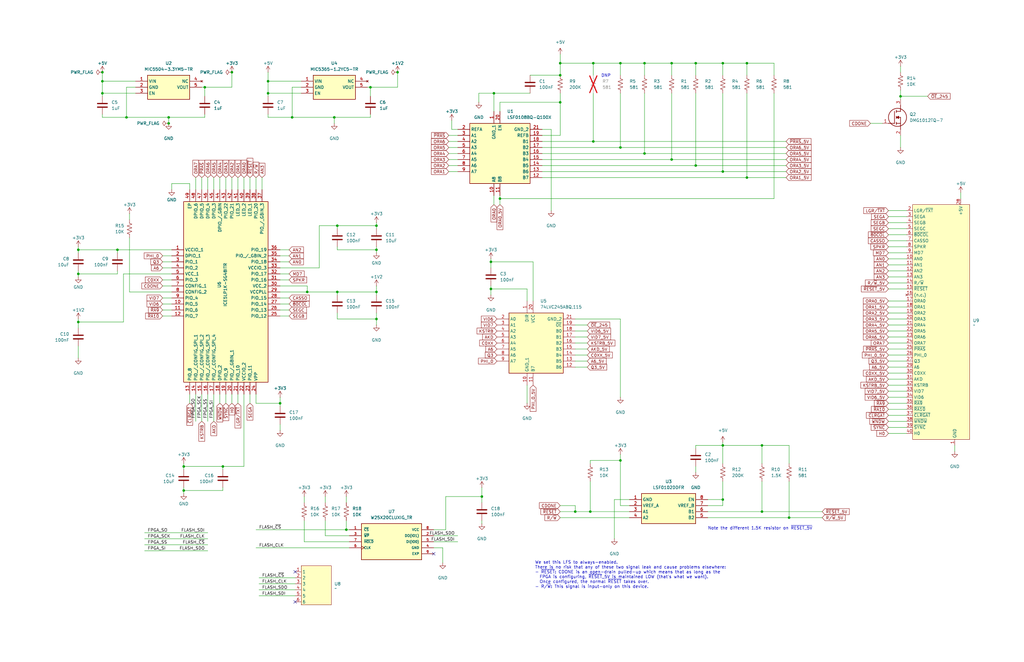
<source format=kicad_sch>
(kicad_sch (version 20231120) (generator "eeschema") (generator_version "8.0")
  (paper "USLedger")
  (title_block (title "Apple IIe IOU Replacement") (date "2024-12-10") (rev "0.90") (company "Frozen Signal"))
  (junction (at 304.8 187.96))
  (junction (at 242.57 215.9))
  (junction (at 261.62 194.31))
  (junction (at 167.64 30.48))
  (junction (at 250.19 59.69))
  (junction (at 207.01 121.92))
  (junction (at 93.98 196.85))
  (junction (at 142.24 95.25))
  (junction (at 210.82 83.82))
  (junction (at 250.19 26.67))
  (junction (at 248.92 215.9))
  (junction (at 321.31 215.9))
  (junction (at 271.78 64.77))
  (junction (at 113.03 34.29))
  (junction (at 43.18 34.29))
  (junction (at 142.24 123.19))
  (junction (at 304.8 26.67))
  (junction (at 283.21 26.67))
  (junction (at 158.75 134.62))
  (junction (at 43.18 39.37))
  (junction (at 77.47 196.85))
  (junction (at 293.37 69.85))
  (junction (at 283.21 67.31))
  (junction (at 321.31 187.96))
  (junction (at 118.11 170.18))
  (junction (at 53.34 49.53))
  (junction (at 158.75 95.25))
  (junction (at 314.96 74.93))
  (junction (at 314.96 26.67))
  (junction (at 77.47 207.01))
  (junction (at 146.05 223.52))
  (junction (at 271.78 26.67))
  (junction (at 304.8 210.82))
  (junction (at 332.74 218.44))
  (junction (at 261.62 62.23))
  (junction (at 140.97 49.53))
  (junction (at 236.22 43.18))
  (junction (at 113.03 39.37))
  (junction (at 97.79 30.48))
  (junction (at 304.8 72.39))
  (junction (at 208.28 39.37))
  (junction (at 207.01 110.49))
  (junction (at 236.22 31.75))
  (junction (at 158.75 105.41))
  (junction (at 86.36 36.83))
  (junction (at 123.19 49.53))
  (junction (at 158.75 123.19))
  (junction (at 293.37 26.67))
  (junction (at 71.12 52.07))
  (junction (at 43.18 30.48))
  (junction (at 379.73 40.64))
  (junction (at 71.12 49.53))
  (junction (at 129.54 123.19))
  (junction (at 33.02 115.57))
  (junction (at 156.21 36.83))
  (junction (at 33.02 105.41))
  (junction (at 236.22 26.67))
  (junction (at 49.53 105.41))
  (junction (at 33.02 135.89))
  (junction (at 261.62 26.67))
  (junction (at 203.2 209.55))
  (no_connect (at 124.46 254))
  (no_connect (at 182.88 233.68))
  (no_connect (at 124.46 241.3))
  (wire (pts (xy 210.82 86.36) (xy 210.82 83.82)))
  (wire (pts (xy 95.25 74.93) (xy 95.25 80.01)))
  (wire (pts (xy 248.92 215.9) (xy 265.43 215.9)))
  (wire (pts (xy 242.57 215.9) (xy 248.92 215.9)))
  (wire (pts (xy 121.92 107.95) (xy 118.11 107.95)))
  (wire (pts (xy 113.03 49.53) (xy 123.19 49.53)))
  (wire (pts (xy 85.09 166.37) (xy 85.09 177.8)))
  (wire (pts (xy 86.36 36.83) (xy 85.09 36.83)))
  (wire (pts (xy 113.03 48.26) (xy 113.03 49.53)))
  (wire (pts (xy 247.65 147.32) (xy 242.57 147.32)))
  (wire (pts (xy 52.07 115.57) (xy 52.07 135.89)))
  (wire (pts (xy 271.78 26.67) (xy 271.78 31.75)))
  (wire (pts (xy 374.65 116.84) (xy 382.27 116.84)))
  (wire (pts (xy 374.65 127) (xy 382.27 127)))
  (wire (pts (xy 232.41 54.61) (xy 232.41 88.9)))
  (wire (pts (xy 72.39 115.57) (xy 52.07 115.57)))
  (wire (pts (xy 374.65 137.16) (xy 382.27 137.16)))
  (wire (pts (xy 228.6 67.31) (xy 283.21 67.31)))
  (wire (pts (xy 128.27 228.6) (xy 128.27 219.71)))
  (wire (pts (xy 167.64 30.48) (xy 167.64 36.83)))
  (wire (pts (xy 298.45 210.82) (xy 304.8 210.82)))
  (wire (pts (xy 321.31 203.2) (xy 321.31 215.9)))
  (wire (pts (xy 33.02 134.62) (xy 33.02 135.89)))
  (wire (pts (xy 121.92 110.49) (xy 118.11 110.49)))
  (wire (pts (xy 137.16 226.06) (xy 147.32 226.06)))
  (wire (pts (xy 283.21 26.67) (xy 271.78 26.67)))
  (wire (pts (xy 68.58 133.35) (xy 72.39 133.35)))
  (wire (pts (xy 374.65 106.68) (xy 382.27 106.68)))
  (wire (pts (xy 379.73 57.15) (xy 379.73 62.23)))
  (wire (pts (xy 77.47 196.85) (xy 77.47 198.12)))
  (wire (pts (xy 346.71 218.44) (xy 332.74 218.44)))
  (wire (pts (xy 265.43 213.36) (xy 261.62 213.36)))
  (wire (pts (xy 85.09 74.93) (xy 85.09 80.01)))
  (wire (pts (xy 121.92 105.41) (xy 118.11 105.41)))
  (wire (pts (xy 182.88 228.6) (xy 193.04 228.6)))
  (wire (pts (xy 261.62 194.31) (xy 261.62 191.77)))
  (wire (pts (xy 283.21 39.37) (xy 283.21 67.31)))
  (wire (pts (xy 187.96 223.52) (xy 182.88 223.52)))
  (wire (pts (xy 332.74 218.44) (xy 298.45 218.44)))
  (wire (pts (xy 68.58 107.95) (xy 72.39 107.95)))
  (wire (pts (xy 210.82 46.99) (xy 210.82 43.18)))
  (wire (pts (xy 208.28 39.37) (xy 223.52 39.37)))
  (wire (pts (xy 156.21 49.53) (xy 140.97 49.53)))
  (wire (pts (xy 224.79 110.49) (xy 207.01 110.49)))
  (wire (pts (xy 224.79 127) (xy 224.79 110.49)))
  (wire (pts (xy 271.78 26.67) (xy 261.62 26.67)))
  (wire (pts (xy 374.65 96.52) (xy 382.27 96.52)))
  (wire (pts (xy 247.65 152.4) (xy 242.57 152.4)))
  (wire (pts (xy 304.8 187.96) (xy 304.8 195.58)))
  (wire (pts (xy 332.74 187.96) (xy 321.31 187.96)))
  (wire (pts (xy 374.65 91.44) (xy 382.27 91.44)))
  (wire (pts (xy 123.19 36.83) (xy 123.19 49.53)))
  (wire (pts (xy 236.22 218.44) (xy 265.43 218.44)))
  (wire (pts (xy 105.41 74.93) (xy 105.41 80.01)))
  (wire (pts (xy 402.59 187.96) (xy 402.59 190.5)))
  (wire (pts (xy 33.02 114.3) (xy 33.02 115.57)))
  (wire (pts (xy 49.53 105.41) (xy 72.39 105.41)))
  (wire (pts (xy 247.65 144.78) (xy 242.57 144.78)))
  (wire (pts (xy 228.6 72.39) (xy 304.8 72.39)))
  (wire (pts (xy 158.75 120.65) (xy 158.75 123.19)))
  (wire (pts (xy 247.65 142.24) (xy 242.57 142.24)))
  (wire (pts (xy 43.18 30.48) (xy 43.18 34.29)))
  (wire (pts (xy 33.02 115.57) (xy 33.02 116.84)))
  (wire (pts (xy 118.11 179.07) (xy 118.11 181.61)))
  (wire (pts (xy 156.21 48.26) (xy 156.21 49.53)))
  (wire (pts (xy 222.25 121.92) (xy 207.01 121.92)))
  (wire (pts (xy 259.08 210.82) (xy 259.08 227.33)))
  (wire (pts (xy 187.96 209.55) (xy 187.96 223.52)))
  (wire (pts (xy 374.65 170.18) (xy 382.27 170.18)))
  (wire (pts (xy 189.23 72.39) (xy 193.04 72.39)))
  (wire (pts (xy 53.34 49.53) (xy 71.12 49.53)))
  (wire (pts (xy 54.61 90.17) (xy 54.61 92.71)))
  (wire (pts (xy 33.02 104.14) (xy 33.02 105.41)))
  (wire (pts (xy 261.62 39.37) (xy 261.62 62.23)))
  (wire (pts (xy 228.6 57.15) (xy 236.22 57.15)))
  (wire (pts (xy 127 36.83) (xy 123.19 36.83)))
  (wire (pts (xy 203.2 219.71) (xy 203.2 220.98)))
  (wire (pts (xy 298.45 213.36) (xy 304.8 213.36)))
  (wire (pts (xy 374.65 177.8) (xy 382.27 177.8)))
  (wire (pts (xy 92.71 74.93) (xy 92.71 80.01)))
  (wire (pts (xy 236.22 213.36) (xy 242.57 213.36)))
  (wire (pts (xy 189.23 62.23) (xy 193.04 62.23)))
  (wire (pts (xy 250.19 39.37) (xy 250.19 59.69)))
  (wire (pts (xy 167.64 36.83) (xy 156.21 36.83)))
  (wire (pts (xy 314.96 26.67) (xy 314.96 31.75)))
  (wire (pts (xy 68.58 118.11) (xy 72.39 118.11)))
  (wire (pts (xy 189.23 69.85) (xy 193.04 69.85)))
  (wire (pts (xy 128.27 228.6) (xy 147.32 228.6)))
  (wire (pts (xy 228.6 64.77) (xy 271.78 64.77)))
  (wire (pts (xy 236.22 215.9) (xy 242.57 215.9)))
  (wire (pts (xy 374.65 88.9) (xy 382.27 88.9)))
  (wire (pts (xy 123.19 49.53) (xy 140.97 49.53)))
  (wire (pts (xy 43.18 48.26) (xy 43.18 49.53)))
  (wire (pts (xy 293.37 69.85) (xy 331.47 69.85)))
  (wire (pts (xy 109.22 251.46) (xy 124.46 251.46)))
  (wire (pts (xy 293.37 26.67) (xy 293.37 31.75)))
  (wire (pts (xy 129.54 123.19) (xy 142.24 123.19)))
  (wire (pts (xy 374.65 172.72) (xy 382.27 172.72)))
  (wire (pts (xy 113.03 39.37) (xy 113.03 34.29)))
  (wire (pts (xy 60.96 224.79) (xy 87.63 224.79)))
  (wire (pts (xy 374.65 157.48) (xy 382.27 157.48)))
  (wire (pts (xy 293.37 39.37) (xy 293.37 69.85)))
  (wire (pts (xy 374.65 114.3) (xy 382.27 114.3)))
  (wire (pts (xy 261.62 26.67) (xy 261.62 31.75)))
  (wire (pts (xy 189.23 57.15) (xy 193.04 57.15)))
  (wire (pts (xy 201.93 39.37) (xy 201.93 43.18)))
  (wire (pts (xy 107.95 170.18) (xy 107.95 166.37)))
  (wire (pts (xy 97.79 74.93) (xy 97.79 80.01)))
  (wire (pts (xy 207.01 109.22) (xy 207.01 110.49)))
  (wire (pts (xy 374.65 121.92) (xy 382.27 121.92)))
  (wire (pts (xy 236.22 39.37) (xy 236.22 43.18)))
  (wire (pts (xy 68.58 130.81) (xy 72.39 130.81)))
  (wire (pts (xy 60.96 229.87) (xy 87.63 229.87)))
  (wire (pts (xy 193.04 54.61) (xy 190.5 54.61)))
  (wire (pts (xy 97.79 36.83) (xy 86.36 36.83)))
  (wire (pts (xy 57.15 36.83) (xy 53.34 36.83)))
  (wire (pts (xy 228.6 69.85) (xy 293.37 69.85)))
  (wire (pts (xy 49.53 115.57) (xy 33.02 115.57)))
  (wire (pts (xy 271.78 39.37) (xy 271.78 64.77)))
  (wire (pts (xy 118.11 123.19) (xy 129.54 123.19)))
  (wire (pts (xy 304.8 186.69) (xy 304.8 187.96)))
  (wire (pts (xy 208.28 39.37) (xy 201.93 39.37)))
  (wire (pts (xy 203.2 209.55) (xy 203.2 212.09)))
  (wire (pts (xy 33.02 135.89) (xy 33.02 138.43)))
  (wire (pts (xy 314.96 74.93) (xy 331.47 74.93)))
  (wire (pts (xy 250.19 26.67) (xy 236.22 26.67)))
  (wire (pts (xy 90.17 74.93) (xy 90.17 80.01)))
  (wire (pts (xy 374.65 134.62) (xy 382.27 134.62)))
  (wire (pts (xy 374.65 119.38) (xy 382.27 119.38)))
  (wire (pts (xy 118.11 113.03) (xy 134.62 113.03)))
  (wire (pts (xy 326.39 39.37) (xy 326.39 83.82)))
  (wire (pts (xy 374.65 182.88) (xy 382.27 182.88)))
  (wire (pts (xy 146.05 223.52) (xy 147.32 223.52)))
  (wire (pts (xy 97.79 30.48) (xy 97.79 36.83)))
  (wire (pts (xy 68.58 110.49) (xy 72.39 110.49)))
  (wire (pts (xy 293.37 187.96) (xy 304.8 187.96)))
  (wire (pts (xy 228.6 54.61) (xy 232.41 54.61)))
  (wire (pts (xy 113.03 40.64) (xy 113.03 39.37)))
  (wire (pts (xy 72.39 77.47) (xy 80.01 77.47)))
  (wire (pts (xy 187.96 209.55) (xy 203.2 209.55)))
  (wire (pts (xy 374.65 139.7) (xy 382.27 139.7)))
  (wire (pts (xy 374.65 142.24) (xy 382.27 142.24)))
  (wire (pts (xy 33.02 146.05) (xy 33.02 151.13)))
  (wire (pts (xy 261.62 26.67) (xy 250.19 26.67)))
  (wire (pts (xy 321.31 187.96) (xy 321.31 195.58)))
  (wire (pts (xy 142.24 95.25) (xy 158.75 95.25)))
  (wire (pts (xy 332.74 195.58) (xy 332.74 187.96)))
  (wire (pts (xy 242.57 137.16) (xy 247.65 137.16)))
  (wire (pts (xy 374.65 167.64) (xy 382.27 167.64)))
  (wire (pts (xy 134.62 113.03) (xy 134.62 95.25)))
  (wire (pts (xy 271.78 64.77) (xy 331.47 64.77)))
  (wire (pts (xy 72.39 123.19) (xy 54.61 123.19)))
  (wire (pts (xy 208.28 46.99) (xy 208.28 39.37)))
  (wire (pts (xy 77.47 195.58) (xy 77.47 196.85)))
  (wire (pts (xy 121.92 118.11) (xy 118.11 118.11)))
  (wire (pts (xy 236.22 22.86) (xy 236.22 26.67)))
  (wire (pts (xy 68.58 128.27) (xy 72.39 128.27)))
  (wire (pts (xy 154.94 36.83) (xy 156.21 36.83)))
  (wire (pts (xy 367.03 52.07) (xy 372.11 52.07)))
  (wire (pts (xy 100.33 170.18) (xy 100.33 166.37)))
  (wire (pts (xy 374.65 129.54) (xy 382.27 129.54)))
  (wire (pts (xy 93.98 205.74) (xy 93.98 207.01)))
  (wire (pts (xy 142.24 96.52) (xy 142.24 95.25)))
  (wire (pts (xy 379.73 38.1) (xy 379.73 40.64)))
  (wire (pts (xy 121.92 128.27) (xy 118.11 128.27)))
  (wire (pts (xy 53.34 36.83) (xy 53.34 49.53)))
  (wire (pts (xy 314.96 39.37) (xy 314.96 74.93)))
  (wire (pts (xy 228.6 59.69) (xy 250.19 59.69)))
  (wire (pts (xy 326.39 83.82) (xy 210.82 83.82)))
  (wire (pts (xy 121.92 125.73) (xy 118.11 125.73)))
  (wire (pts (xy 247.65 149.86) (xy 242.57 149.86)))
  (wire (pts (xy 379.73 27.94) (xy 379.73 30.48)))
  (wire (pts (xy 110.49 74.93) (xy 110.49 80.01)))
  (wire (pts (xy 82.55 74.93) (xy 82.55 80.01)))
  (wire (pts (xy 93.98 207.01) (xy 77.47 207.01)))
  (wire (pts (xy 207.01 121.92) (xy 207.01 124.46)))
  (wire (pts (xy 265.43 210.82) (xy 259.08 210.82)))
  (wire (pts (xy 248.92 195.58) (xy 248.92 194.31)))
  (wire (pts (xy 71.12 49.53) (xy 71.12 52.07)))
  (wire (pts (xy 222.25 127) (xy 222.25 121.92)))
  (wire (pts (xy 374.65 99.06) (xy 382.27 99.06)))
  (wire (pts (xy 326.39 31.75) (xy 326.39 26.67)))
  (wire (pts (xy 374.65 144.78) (xy 382.27 144.78)))
  (wire (pts (xy 128.27 209.55) (xy 128.27 212.09)))
  (wire (pts (xy 113.03 30.48) (xy 113.03 34.29)))
  (wire (pts (xy 293.37 26.67) (xy 283.21 26.67)))
  (wire (pts (xy 118.11 167.64) (xy 118.11 170.18)))
  (wire (pts (xy 158.75 93.98) (xy 158.75 95.25)))
  (wire (pts (xy 121.92 133.35) (xy 118.11 133.35)))
  (wire (pts (xy 43.18 39.37) (xy 43.18 34.29)))
  (wire (pts (xy 304.8 26.67) (xy 304.8 31.75)))
  (wire (pts (xy 102.87 74.93) (xy 102.87 80.01)))
  (wire (pts (xy 210.82 83.82) (xy 210.82 82.55)))
  (wire (pts (xy 68.58 113.03) (xy 72.39 113.03)))
  (wire (pts (xy 77.47 205.74) (xy 77.47 207.01)))
  (wire (pts (xy 379.73 40.64) (xy 391.16 40.64)))
  (wire (pts (xy 314.96 26.67) (xy 304.8 26.67)))
  (wire (pts (xy 113.03 34.29) (xy 127 34.29)))
  (wire (pts (xy 60.96 232.41) (xy 87.63 232.41)))
  (wire (pts (xy 107.95 74.93) (xy 107.95 80.01)))
  (wire (pts (xy 95.25 170.18) (xy 95.25 166.37)))
  (wire (pts (xy 49.53 105.41) (xy 33.02 105.41)))
  (wire (pts (xy 332.74 203.2) (xy 332.74 218.44)))
  (wire (pts (xy 109.22 248.92) (xy 124.46 248.92)))
  (wire (pts (xy 208.28 86.36) (xy 208.28 82.55)))
  (wire (pts (xy 304.8 203.2) (xy 304.8 210.82)))
  (wire (pts (xy 374.65 132.08) (xy 382.27 132.08)))
  (wire (pts (xy 374.65 160.02) (xy 382.27 160.02)))
  (wire (pts (xy 93.98 196.85) (xy 102.87 196.85)))
  (wire (pts (xy 250.19 26.67) (xy 250.19 31.75)))
  (wire (pts (xy 86.36 49.53) (xy 71.12 49.53)))
  (wire (pts (xy 118.11 120.65) (xy 129.54 120.65)))
  (wire (pts (xy 222.25 162.56) (xy 222.25 170.18)))
  (wire (pts (xy 80.01 170.18) (xy 80.01 166.37)))
  (wire (pts (xy 92.71 170.18) (xy 92.71 166.37)))
  (wire (pts (xy 283.21 26.67) (xy 283.21 31.75)))
  (wire (pts (xy 158.75 95.25) (xy 158.75 96.52)))
  (wire (pts (xy 374.65 149.86) (xy 382.27 149.86)))
  (wire (pts (xy 140.97 49.53) (xy 140.97 52.07)))
  (wire (pts (xy 321.31 215.9) (xy 298.45 215.9)))
  (wire (pts (xy 158.75 134.62) (xy 158.75 137.16)))
  (wire (pts (xy 102.87 166.37) (xy 102.87 196.85)))
  (wire (pts (xy 60.96 227.33) (xy 87.63 227.33)))
  (wire (pts (xy 146.05 219.71) (xy 146.05 223.52)))
  (wire (pts (xy 142.24 104.14) (xy 142.24 105.41)))
  (wire (pts (xy 207.01 110.49) (xy 207.01 113.03)))
  (wire (pts (xy 304.8 187.96) (xy 321.31 187.96)))
  (wire (pts (xy 248.92 203.2) (xy 248.92 215.9)))
  (wire (pts (xy 283.21 67.31) (xy 331.47 67.31)))
  (wire (pts (xy 158.75 104.14) (xy 158.75 105.41)))
  (wire (pts (xy 77.47 207.01) (xy 77.47 208.28)))
  (wire (pts (xy 186.69 231.14) (xy 186.69 237.49)))
  (wire (pts (xy 293.37 196.85) (xy 293.37 199.39)))
  (wire (pts (xy 87.63 74.93) (xy 87.63 80.01)))
  (wire (pts (xy 49.53 106.68) (xy 49.53 105.41)))
  (wire (pts (xy 189.23 67.31) (xy 193.04 67.31)))
  (wire (pts (xy 158.75 132.08) (xy 158.75 134.62)))
  (wire (pts (xy 228.6 62.23) (xy 261.62 62.23)))
  (wire (pts (xy 374.65 111.76) (xy 382.27 111.76)))
  (wire (pts (xy 374.65 175.26) (xy 382.27 175.26)))
  (wire (pts (xy 236.22 26.67) (xy 236.22 31.75)))
  (wire (pts (xy 49.53 114.3) (xy 49.53 115.57)))
  (wire (pts (xy 142.24 105.41) (xy 158.75 105.41)))
  (wire (pts (xy 304.8 210.82) (xy 304.8 213.36)))
  (wire (pts (xy 304.8 26.67) (xy 293.37 26.67)))
  (wire (pts (xy 121.92 130.81) (xy 118.11 130.81)))
  (wire (pts (xy 190.5 54.61) (xy 190.5 50.8)))
  (wire (pts (xy 374.65 109.22) (xy 382.27 109.22)))
  (wire (pts (xy 86.36 48.26) (xy 86.36 49.53)))
  (wire (pts (xy 107.95 223.52) (xy 146.05 223.52)))
  (wire (pts (xy 242.57 134.62) (xy 261.62 134.62)))
  (wire (pts (xy 142.24 132.08) (xy 142.24 134.62)))
  (wire (pts (xy 80.01 77.47) (xy 80.01 80.01)))
  (wire (pts (xy 43.18 34.29) (xy 57.15 34.29)))
  (wire (pts (xy 326.39 26.67) (xy 314.96 26.67)))
  (wire (pts (xy 156.21 36.83) (xy 156.21 40.64)))
  (wire (pts (xy 247.65 154.94) (xy 242.57 154.94)))
  (wire (pts (xy 374.65 154.94) (xy 382.27 154.94)))
  (wire (pts (xy 158.75 105.41) (xy 158.75 106.68)))
  (wire (pts (xy 137.16 209.55) (xy 137.16 212.09)))
  (wire (pts (xy 261.62 62.23) (xy 331.47 62.23)))
  (wire (pts (xy 82.55 166.37) (xy 82.55 177.8)))
  (wire (pts (xy 247.65 139.7) (xy 242.57 139.7)))
  (wire (pts (xy 142.24 124.46) (xy 142.24 123.19)))
  (wire (pts (xy 109.22 243.84) (xy 124.46 243.84)))
  (wire (pts (xy 90.17 166.37) (xy 90.17 177.8)))
  (wire (pts (xy 43.18 39.37) (xy 57.15 39.37)))
  (wire (pts (xy 68.58 125.73) (xy 72.39 125.73)))
  (wire (pts (xy 105.41 170.18) (xy 105.41 166.37)))
  (wire (pts (xy 43.18 40.64) (xy 43.18 39.37)))
  (wire (pts (xy 189.23 59.69) (xy 193.04 59.69)))
  (wire (pts (xy 121.92 115.57) (xy 118.11 115.57)))
  (wire (pts (xy 142.24 134.62) (xy 158.75 134.62)))
  (wire (pts (xy 374.65 104.14) (xy 382.27 104.14)))
  (wire (pts (xy 33.02 105.41) (xy 33.02 106.68)))
  (wire (pts (xy 107.95 231.14) (xy 147.32 231.14)))
  (wire (pts (xy 97.79 170.18) (xy 97.79 166.37)))
  (wire (pts (xy 203.2 205.74) (xy 203.2 209.55)))
  (wire (pts (xy 374.65 152.4) (xy 382.27 152.4)))
  (wire (pts (xy 248.92 194.31) (xy 261.62 194.31)))
  (wire (pts (xy 228.6 74.93) (xy 314.96 74.93)))
  (wire (pts (xy 87.63 166.37) (xy 87.63 177.8)))
  (wire (pts (xy 54.61 100.33) (xy 54.61 123.19)))
  (wire (pts (xy 142.24 123.19) (xy 158.75 123.19)))
  (wire (pts (xy 210.82 43.18) (xy 236.22 43.18)))
  (wire (pts (xy 304.8 39.37) (xy 304.8 72.39)))
  (wire (pts (xy 242.57 213.36) (xy 242.57 215.9)))
  (wire (pts (xy 374.65 101.6) (xy 382.27 101.6)))
  (wire (pts (xy 189.23 64.77) (xy 193.04 64.77)))
  (wire (pts (xy 379.73 40.64) (xy 379.73 41.91)))
  (wire (pts (xy 129.54 120.65) (xy 129.54 123.19)))
  (wire (pts (xy 236.22 43.18) (xy 236.22 57.15)))
  (wire (pts (xy 304.8 72.39) (xy 331.47 72.39)))
  (wire (pts (xy 137.16 219.71) (xy 137.16 226.06)))
  (wire (pts (xy 134.62 95.25) (xy 142.24 95.25)))
  (wire (pts (xy 118.11 170.18) (xy 118.11 171.45)))
  (wire (pts (xy 207.01 120.65) (xy 207.01 121.92)))
  (wire (pts (xy 346.71 215.9) (xy 321.31 215.9)))
  (wire (pts (xy 374.65 180.34) (xy 382.27 180.34)))
  (wire (pts (xy 93.98 196.85) (xy 77.47 196.85)))
  (wire (pts (xy 113.03 39.37) (xy 127 39.37)))
  (wire (pts (xy 182.88 231.14) (xy 186.69 231.14)))
  (wire (pts (xy 405.13 81.28) (xy 405.13 83.82)))
  (wire (pts (xy 158.75 123.19) (xy 158.75 124.46)))
  (wire (pts (xy 93.98 198.12) (xy 93.98 196.85)))
  (wire (pts (xy 107.95 170.18) (xy 118.11 170.18)))
  (wire (pts (xy 72.39 77.47) (xy 72.39 80.01)))
  (wire (pts (xy 100.33 74.93) (xy 100.33 80.01)))
  (wire (pts (xy 86.36 40.64) (xy 86.36 36.83)))
  (wire (pts (xy 374.65 162.56) (xy 382.27 162.56)))
  (wire (pts (xy 182.88 226.06) (xy 193.04 226.06)))
  (wire (pts (xy 68.58 120.65) (xy 72.39 120.65)))
  (wire (pts (xy 293.37 189.23) (xy 293.37 187.96)))
  (wire (pts (xy 250.19 59.69) (xy 331.47 59.69)))
  (wire (pts (xy 146.05 209.55) (xy 146.05 212.09)))
  (wire (pts (xy 33.02 135.89) (xy 52.07 135.89)))
  (wire (pts (xy 374.65 147.32) (xy 382.27 147.32)))
  (wire (pts (xy 109.22 246.38) (xy 124.46 246.38)))
  (wire (pts (xy 223.52 31.75) (xy 236.22 31.75)))
  (wire (pts (xy 374.65 165.1) (xy 382.27 165.1)))
  (wire (pts (xy 261.62 213.36) (xy 261.62 194.31)))
  (wire (pts (xy 43.18 49.53) (xy 53.34 49.53)))
  (wire (pts (xy 261.62 134.62) (xy 261.62 167.64)))
  (wire (pts (xy 374.65 93.98) (xy 382.27 93.98)))
  (text "DNP" (at 255.524 32.004 0) (effects (font (size 1.27 1.27))))
  (text "*** FIXME: Maybe CASSO needs to be level-shifted to 5V to properly record on a cassette?" (at 192.278 -7.112 0) (effects (font (size 1.27 1.27))))
  (text "We set this LFS to always-enabled.\nThere is no risk that any of these two signal leak and cause problems elsewhere:\n- ~{RESET}: CDONE is an open-drain pulled-up which means that as long as the\n  FPGA is configuring, ~{RESET}_5V is maintained LOW (that's what we want).\n  Once configured, the normal ~{RESET} takes over.\n- R/~{W}: This signal is input-only on this device.\n" (at 225.552 242.57 0) (effects (font (size 1.27 1.27)) (justify left)))
  (text "Note the different 1.5K resistor on ~{RESET_5V}" (at 320.548 223.012 0) (effects (font (size 1.27 1.27))))
  (label "FLASH_SDO" (at 191.77 226.06 180))
  (label "FLASH_~{CS}" (at 110.49 243.84 0))
  (label "FLASH_SDO" (at 110.49 248.92 0))
  (label "FLASH_SDI" (at 110.49 251.46 0))
  (label "FPGA_SCK" (at 85.09 176.53 90))
  (label "FPGA_SO" (at 62.23 224.79 0))
  (label "FLASH_CLK" (at 109.22 231.14 0))
  (label "FLASH_SDI" (at 191.77 228.6 180))
  (label "FLASH_SDI" (at 86.36 224.79 180))
  (label "FPGA_SS" (at 87.63 176.53 90))
  (label "FLASH_CLK" (at 110.49 246.38 0))
  (label "FLASH_CLK" (at 86.36 227.33 180))
  (label "FPGA_SO" (at 82.55 176.53 90))
  (label "FLASH_~{CS}" (at 86.36 229.87 180))
  (label "FPGA_SI" (at 90.17 176.53 90))
  (label "FPGA_SCK" (at 62.23 227.33 0))
  (label "FPGA_SS" (at 62.23 229.87 0))
  (label "FLASH_~{CS}" (at 109.22 223.52 0))
  (label "FPGA_SI" (at 62.23 232.41 0))
  (label "FLASH_SDO" (at 86.36 232.41 180))
  (global_label "LGR{slash}~{TXT}" (shape input) (at 374.65 88.9 180) (property "Intersheetrefs" "${INTERSHEET_REFS}" (effects (hide yes))))
  (global_label "AN0" (shape input) (at 121.92 110.49 0) (property "Intersheetrefs" "${INTERSHEET_REFS}" (effects (hide yes))))
  (global_label "~{RA9}" (shape input) (at 68.58 130.81 180) (property "Intersheetrefs" "${INTERSHEET_REFS}" (effects (hide yes))))
  (global_label "~{RA10}" (shape input) (at 374.65 172.72 180) (property "Intersheetrefs" "${INTERSHEET_REFS}" (effects (hide yes))))
  (global_label "~{SYNC}" (shape input) (at 95.25 170.18 270) (property "Intersheetrefs" "${INTERSHEET_REFS}" (effects (hide yes))))
  (global_label "ORA1" (shape input) (at 100.33 74.93 90) (property "Intersheetrefs" "${INTERSHEET_REFS}" (effects (hide yes))))
  (global_label "ORA4_5V" (shape input) (at 331.47 67.31 0) (property "Intersheetrefs" "${INTERSHEET_REFS}" (effects (hide yes))))
  (global_label "R{slash}~{W}_5V" (shape input) (at 374.65 119.38 180) (property "Intersheetrefs" "${INTERSHEET_REFS}" (effects (hide yes))))
  (global_label "~{80COL}" (shape input) (at 374.65 99.06 180) (property "Intersheetrefs" "${INTERSHEET_REFS}" (effects (hide yes))))
  (global_label "ORA7" (shape input) (at 374.65 144.78 180) (property "Intersheetrefs" "${INTERSHEET_REFS}" (effects (hide yes))))
  (global_label "CDONE" (shape input) (at 68.58 120.65 180) (property "Intersheetrefs" "${INTERSHEET_REFS}" (effects (hide yes))))
  (global_label "R{slash}~{W}" (shape input) (at 236.22 218.44 180) (property "Intersheetrefs" "${INTERSHEET_REFS}" (effects (hide yes))))
  (global_label "ORA6" (shape input) (at 189.23 59.69 180) (property "Intersheetrefs" "${INTERSHEET_REFS}" (effects (hide yes))))
  (global_label "ORA0" (shape input) (at 102.87 74.93 90) (property "Intersheetrefs" "${INTERSHEET_REFS}" (effects (hide yes))))
  (global_label "VID6_5V" (shape input) (at 374.65 167.64 180) (property "Intersheetrefs" "${INTERSHEET_REFS}" (effects (hide yes))))
  (global_label "ORA2_5V" (shape input) (at 374.65 132.08 180) (property "Intersheetrefs" "${INTERSHEET_REFS}" (effects (hide yes))))
  (global_label "~{PRAS}" (shape input) (at 189.23 57.15 180) (property "Intersheetrefs" "${INTERSHEET_REFS}" (effects (hide yes))))
  (global_label "~{RESET}" (shape input) (at 105.41 74.93 90) (property "Intersheetrefs" "${INTERSHEET_REFS}" (effects (hide yes))))
  (global_label "AN1" (shape input) (at 121.92 107.95 0) (property "Intersheetrefs" "${INTERSHEET_REFS}" (effects (hide yes))))
  (global_label "ORA4" (shape input) (at 92.71 74.93 90) (property "Intersheetrefs" "${INTERSHEET_REFS}" (effects (hide yes))))
  (global_label "~{CLRGAT}" (shape input) (at 374.65 175.26 180) (property "Intersheetrefs" "${INTERSHEET_REFS}" (effects (hide yes))))
  (global_label "ORA3" (shape input) (at 189.23 67.31 180) (property "Intersheetrefs" "${INTERSHEET_REFS}" (effects (hide yes))))
  (global_label "VID6" (shape input) (at 68.58 128.27 180) (property "Intersheetrefs" "${INTERSHEET_REFS}" (effects (hide yes))))
  (global_label "CDONE" (shape input) (at 236.22 213.36 180) (property "Intersheetrefs" "${INTERSHEET_REFS}" (effects (hide yes))))
  (global_label "ORA2" (shape input) (at 189.23 69.85 180) (property "Intersheetrefs" "${INTERSHEET_REFS}" (effects (hide yes))))
  (global_label "PHI_0_5V" (shape input) (at 374.65 149.86 180) (property "Intersheetrefs" "${INTERSHEET_REFS}" (effects (hide yes))))
  (global_label "~{RESET}_5V" (shape input) (at 346.71 215.9 0) (property "Intersheetrefs" "${INTERSHEET_REFS}" (effects (hide yes))))
  (global_label "VID7" (shape input) (at 68.58 125.73 180) (property "Intersheetrefs" "${INTERSHEET_REFS}" (effects (hide yes))))
  (global_label "ORA6_5V" (shape input) (at 374.65 142.24 180) (property "Intersheetrefs" "${INTERSHEET_REFS}" (effects (hide yes))))
  (global_label "C0XX_5V" (shape input) (at 247.65 149.86 0) (property "Intersheetrefs" "${INTERSHEET_REFS}" (effects (hide yes))))
  (global_label "~{PRAS}" (shape input) (at 85.09 74.93 90) (property "Intersheetrefs" "${INTERSHEET_REFS}" (effects (hide yes))))
  (global_label "PHI_0" (shape input) (at 68.58 107.95 180) (property "Intersheetrefs" "${INTERSHEET_REFS}" (effects (hide yes))))
  (global_label "R{slash}~{W}_5V" (shape input) (at 346.71 218.44 0) (property "Intersheetrefs" "${INTERSHEET_REFS}" (effects (hide yes))))
  (global_label "ORA0" (shape input) (at 208.28 86.36 270) (property "Intersheetrefs" "${INTERSHEET_REFS}" (effects (hide yes))))
  (global_label "AN0" (shape input) (at 374.65 109.22 180) (property "Intersheetrefs" "${INTERSHEET_REFS}" (effects (hide yes))))
  (global_label "MD7" (shape input) (at 121.92 115.57 0) (property "Intersheetrefs" "${INTERSHEET_REFS}" (effects (hide yes))))
  (global_label "SEGC" (shape input) (at 121.92 130.81 0) (property "Intersheetrefs" "${INTERSHEET_REFS}" (effects (hide yes))))
  (global_label "C0XX_5V" (shape input) (at 374.65 157.48 180) (property "Intersheetrefs" "${INTERSHEET_REFS}" (effects (hide yes))))
  (global_label "AKD" (shape input) (at 90.17 177.8 270) (property "Intersheetrefs" "${INTERSHEET_REFS}" (effects (hide yes))))
  (global_label "C0XX" (shape input) (at 209.55 144.78 180) (property "Intersheetrefs" "${INTERSHEET_REFS}" (effects (hide yes))))
  (global_label "ORA2_5V" (shape input) (at 331.47 72.39 0) (property "Intersheetrefs" "${INTERSHEET_REFS}" (effects (hide yes))))
  (global_label "ORA0_5V" (shape input) (at 374.65 127 180) (property "Intersheetrefs" "${INTERSHEET_REFS}" (effects (hide yes))))
  (global_label "AN3" (shape input) (at 374.65 116.84 180) (property "Intersheetrefs" "${INTERSHEET_REFS}" (effects (hide yes))))
  (global_label "VID7_5V" (shape input) (at 247.65 142.24 0) (property "Intersheetrefs" "${INTERSHEET_REFS}" (effects (hide yes))))
  (global_label "ORA5_5V" (shape input) (at 331.47 64.77 0) (property "Intersheetrefs" "${INTERSHEET_REFS}" (effects (hide yes))))
  (global_label "ORA1_5V" (shape input) (at 331.47 74.93 0) (property "Intersheetrefs" "${INTERSHEET_REFS}" (effects (hide yes))))
  (global_label "LGR{slash}~{TXT}" (shape input) (at 100.33 170.18 270) (property "Intersheetrefs" "${INTERSHEET_REFS}" (effects (hide yes))))
  (global_label "AKD" (shape input) (at 209.55 142.24 180) (property "Intersheetrefs" "${INTERSHEET_REFS}" (effects (hide yes))))
  (global_label "ORA5" (shape input) (at 189.23 62.23 180) (property "Intersheetrefs" "${INTERSHEET_REFS}" (effects (hide yes))))
  (global_label "ORA1_5V" (shape input) (at 374.65 129.54 180) (property "Intersheetrefs" "${INTERSHEET_REFS}" (effects (hide yes))))
  (global_label "~{WNDW}" (shape input) (at 374.65 177.8 180) (property "Intersheetrefs" "${INTERSHEET_REFS}" (effects (hide yes))))
  (global_label "~{OE}_245" (shape input) (at 391.16 40.64 0) (property "Intersheetrefs" "${INTERSHEET_REFS}" (effects (hide yes))))
  (global_label "MD7" (shape input) (at 374.65 106.68 180) (property "Intersheetrefs" "${INTERSHEET_REFS}" (effects (hide yes))))
  (global_label "ORA6" (shape input) (at 87.63 74.93 90) (property "Intersheetrefs" "${INTERSHEET_REFS}" (effects (hide yes))))
  (global_label "CASSO" (shape input) (at 121.92 125.73 0) (property "Intersheetrefs" "${INTERSHEET_REFS}" (effects (hide yes))))
  (global_label "R{slash}~{W}" (shape input) (at 107.95 74.93 90) (property "Intersheetrefs" "${INTERSHEET_REFS}" (effects (hide yes))))
  (global_label "AN1" (shape input) (at 374.65 111.76 180) (property "Intersheetrefs" "${INTERSHEET_REFS}" (effects (hide yes))))
  (global_label "ORA6_5V" (shape input) (at 331.47 62.23 0) (property "Intersheetrefs" "${INTERSHEET_REFS}" (effects (hide yes))))
  (global_label "A6" (shape input) (at 68.58 113.03 180) (property "Intersheetrefs" "${INTERSHEET_REFS}" (effects (hide yes))))
  (global_label "VID7_5V" (shape input) (at 374.65 165.1 180) (property "Intersheetrefs" "${INTERSHEET_REFS}" (effects (hide yes))))
  (global_label "ORA5_5V" (shape input) (at 374.65 139.7 180) (property "Intersheetrefs" "${INTERSHEET_REFS}" (effects (hide yes))))
  (global_label "KSTRB" (shape input) (at 209.55 139.7 180) (property "Intersheetrefs" "${INTERSHEET_REFS}" (effects (hide yes))))
  (global_label "H0" (shape input) (at 374.65 182.88 180) (property "Intersheetrefs" "${INTERSHEET_REFS}" (effects (hide yes))))
  (global_label "ORA3" (shape input) (at 95.25 74.93 90) (property "Intersheetrefs" "${INTERSHEET_REFS}" (effects (hide yes))))
  (global_label "VID7" (shape input) (at 209.55 137.16 180) (property "Intersheetrefs" "${INTERSHEET_REFS}" (effects (hide yes))))
  (global_label "ORA4_5V" (shape input) (at 374.65 137.16 180) (property "Intersheetrefs" "${INTERSHEET_REFS}" (effects (hide yes))))
  (global_label "Q3_5V" (shape input) (at 374.65 152.4 180) (property "Intersheetrefs" "${INTERSHEET_REFS}" (effects (hide yes))))
  (global_label "~{OE}_245" (shape input) (at 247.65 137.16 0) (property "Intersheetrefs" "${INTERSHEET_REFS}" (effects (hide yes))))
  (global_label "ORA4" (shape input) (at 189.23 64.77 180) (property "Intersheetrefs" "${INTERSHEET_REFS}" (effects (hide yes))))
  (global_label "VID6_5V" (shape input) (at 247.65 139.7 0) (property "Intersheetrefs" "${INTERSHEET_REFS}" (effects (hide yes))))
  (global_label "SEGC" (shape input) (at 374.65 96.52 180) (property "Intersheetrefs" "${INTERSHEET_REFS}" (effects (hide yes))))
  (global_label "AN3" (shape input) (at 110.49 74.93 90) (property "Intersheetrefs" "${INTERSHEET_REFS}" (effects (hide yes))))
  (global_label "SPKR" (shape input) (at 374.65 104.14 180) (property "Intersheetrefs" "${INTERSHEET_REFS}" (effects (hide yes))))
  (global_label "SEGA" (shape input) (at 374.65 91.44 180) (property "Intersheetrefs" "${INTERSHEET_REFS}" (effects (hide yes))))
  (global_label "ORA3_5V" (shape input) (at 331.47 69.85 0) (property "Intersheetrefs" "${INTERSHEET_REFS}" (effects (hide yes))))
  (global_label "KSTRB_5V" (shape input) (at 374.65 162.56 180) (property "Intersheetrefs" "${INTERSHEET_REFS}" (effects (hide yes))))
  (global_label "AN2" (shape input) (at 121.92 105.41 0) (property "Intersheetrefs" "${INTERSHEET_REFS}" (effects (hide yes))))
  (global_label "AKD_5V" (shape input) (at 247.65 147.32 0) (property "Intersheetrefs" "${INTERSHEET_REFS}" (effects (hide yes))))
  (global_label "KSTRB_5V" (shape input) (at 247.65 144.78 0) (property "Intersheetrefs" "${INTERSHEET_REFS}" (effects (hide yes))))
  (global_label "C0XX" (shape input) (at 68.58 118.11 180) (property "Intersheetrefs" "${INTERSHEET_REFS}" (effects (hide yes))))
  (global_label "A6_5V" (shape input) (at 247.65 152.4 0) (property "Intersheetrefs" "${INTERSHEET_REFS}" (effects (hide yes))))
  (global_label "ORA3_5V" (shape input) (at 374.65 134.62 180) (property "Intersheetrefs" "${INTERSHEET_REFS}" (effects (hide yes))))
  (global_label "~{RESET}_5V" (shape input) (at 374.65 121.92 180) (property "Intersheetrefs" "${INTERSHEET_REFS}" (effects (hide yes))))
  (global_label "~{80COL}" (shape input) (at 121.92 128.27 0) (property "Intersheetrefs" "${INTERSHEET_REFS}" (effects (hide yes))))
  (global_label "SEGB" (shape input) (at 374.65 93.98 180) (property "Intersheetrefs" "${INTERSHEET_REFS}" (effects (hide yes))))
  (global_label "PHI_0_5V" (shape input) (at 224.79 162.56 270) (property "Intersheetrefs" "${INTERSHEET_REFS}" (effects (hide yes))))
  (global_label "A6_5V" (shape input) (at 374.65 154.94 180) (property "Intersheetrefs" "${INTERSHEET_REFS}" (effects (hide yes))))
  (global_label "H0" (shape input) (at 97.79 170.18 270) (property "Intersheetrefs" "${INTERSHEET_REFS}" (effects (hide yes))))
  (global_label "~{WNDW}" (shape input) (at 92.71 170.18 270) (property "Intersheetrefs" "${INTERSHEET_REFS}" (effects (hide yes))))
  (global_label "SEGA" (shape input) (at 105.41 170.18 270) (property "Intersheetrefs" "${INTERSHEET_REFS}" (effects (hide yes))))
  (global_label "VID6" (shape input) (at 209.55 134.62 180) (property "Intersheetrefs" "${INTERSHEET_REFS}" (effects (hide yes))))
  (global_label "ORA7" (shape input) (at 82.55 74.93 90) (property "Intersheetrefs" "${INTERSHEET_REFS}" (effects (hide yes))))
  (global_label "SEGB" (shape input) (at 121.92 133.35 0) (property "Intersheetrefs" "${INTERSHEET_REFS}" (effects (hide yes))))
  (global_label "ORA5" (shape input) (at 90.17 74.93 90) (property "Intersheetrefs" "${INTERSHEET_REFS}" (effects (hide yes))))
  (global_label "Q3_5V" (shape input) (at 247.65 154.94 0) (property "Intersheetrefs" "${INTERSHEET_REFS}" (effects (hide yes))))
  (global_label "AKD_5V" (shape input) (at 374.65 160.02 180) (property "Intersheetrefs" "${INTERSHEET_REFS}" (effects (hide yes))))
  (global_label "Q3" (shape input) (at 209.55 149.86 180) (property "Intersheetrefs" "${INTERSHEET_REFS}" (effects (hide yes))))
  (global_label "SPKR" (shape input) (at 121.92 118.11 0) (property "Intersheetrefs" "${INTERSHEET_REFS}" (effects (hide yes))))
  (global_label "ORA2" (shape input) (at 97.79 74.93 90) (property "Intersheetrefs" "${INTERSHEET_REFS}" (effects (hide yes))))
  (global_label "~{RA9}" (shape input) (at 374.65 170.18 180) (property "Intersheetrefs" "${INTERSHEET_REFS}" (effects (hide yes))))
  (global_label "~{CLRGAT}" (shape input) (at 80.01 170.18 270) (property "Intersheetrefs" "${INTERSHEET_REFS}" (effects (hide yes))))
  (global_label "KSTRB" (shape input) (at 85.09 177.8 270) (property "Intersheetrefs" "${INTERSHEET_REFS}" (effects (hide yes))))
  (global_label "CASSO" (shape input) (at 374.65 101.6 180) (property "Intersheetrefs" "${INTERSHEET_REFS}" (effects (hide yes))))
  (global_label "AN2" (shape input) (at 374.65 114.3 180) (property "Intersheetrefs" "${INTERSHEET_REFS}" (effects (hide yes))))
  (global_label "ORA0_5V" (shape input) (at 210.82 86.36 270) (property "Intersheetrefs" "${INTERSHEET_REFS}" (effects (hide yes))))
  (global_label "~{RESET}" (shape input) (at 236.22 215.9 180) (property "Intersheetrefs" "${INTERSHEET_REFS}" (effects (hide yes))))
  (global_label "~{SYNC}" (shape input) (at 374.65 180.34 180) (property "Intersheetrefs" "${INTERSHEET_REFS}" (effects (hide yes))))
  (global_label "PHI_0" (shape input) (at 209.55 152.4 180) (property "Intersheetrefs" "${INTERSHEET_REFS}" (effects (hide yes))))
  (global_label "~{PRAS}_5V" (shape input) (at 374.65 147.32 180) (property "Intersheetrefs" "${INTERSHEET_REFS}" (effects (hide yes))))
  (global_label "CDONE" (shape input) (at 367.03 52.07 180) (property "Intersheetrefs" "${INTERSHEET_REFS}" (effects (hide yes))))
  (global_label "ORA1" (shape input) (at 189.23 72.39 180) (property "Intersheetrefs" "${INTERSHEET_REFS}" (effects (hide yes))))
  (global_label "Q3" (shape input) (at 68.58 110.49 180) (property "Intersheetrefs" "${INTERSHEET_REFS}" (effects (hide yes))))
  (global_label "~{RA10}" (shape input) (at 68.58 133.35 180) (property "Intersheetrefs" "${INTERSHEET_REFS}" (effects (hide yes))))
  (global_label "~{PRAS}_5V" (shape input) (at 331.47 59.69 0) (property "Intersheetrefs" "${INTERSHEET_REFS}" (effects (hide yes))))
  (global_label "A6" (shape input) (at 209.55 147.32 180) (property "Intersheetrefs" "${INTERSHEET_REFS}" (effects (hide yes))))
  (symbol (lib_id "power:+3V3") (at 118.11 167.64 0) (unit 1)
    (property "Reference" "#PWR028" (effects (hide yes)))
    (property "Value" "+3V3" (at 118.11 163.83 0))
    (property "Description" "Power symbol creates a global label with name \"+3V3\"" (effects (hide yes)))
  )
  (symbol (lib_id "000_Symbols:MIC5365-1.2YC5-TR") (at 127 34.29 0) (unit 1)
    (property "Reference" "U4" (at 140.97 26.67 0))
    (property "Value" "MIC5365-1.2YC5-TR" (at 140.97 29.21 0))
    (property "Footprint" "000_Footprints:SOT65P210X110-5N" (effects (hide yes)))
    (property "Datasheet" "http://www.microchip.com/mymicrochip/filehandler.aspx?ddocname=en580022" (effects (hide yes)))
    (property "Description" "LDO Voltage Regulators Ultra Small Single 150mA LDO" (effects (hide yes)))
  )
  (symbol (lib_id "Device:C") (at 203.2 215.9 0) (unit 1)
    (property "Reference" "C18" (at 207.01 214.6299 0) (effects (justify left)))
    (property "Value" "100nF" (at 207.01 217.1699 0) (effects (justify left)))
    (property "Footprint" "Capacitor_SMD:C_0402_1005Metric" (effects (hide yes)))
    (property "Description" "Unpolarized capacitor" (effects (hide yes)))
  )
  (symbol (lib_id "power:GND") (at 72.39 80.01 0) (mirror y) (unit 1)
    (property "Reference" "#PWR017" (effects (hide yes)))
    (property "Value" "GND" (at 72.39 84.328 0))
    (property "Description" "Power symbol creates a global label with name \"GND\" , ground" (effects (hide yes)))
  )
  (symbol (lib_id "Device:C") (at 142.24 100.33 0) (unit 1)
    (property "Reference" "C12" (at 146.05 99.0599 0) (effects (justify left)))
    (property "Value" "100nF" (at 146.05 101.5999 0) (effects (justify left)))
    (property "Footprint" "Capacitor_SMD:C_0402_1005Metric" (effects (hide yes)))
    (property "Description" "Unpolarized capacitor" (effects (hide yes)))
  )
  (symbol (lib_id "power:+3V3") (at 128.27 209.55 0) (unit 1)
    (property "Reference" "#PWR011" (effects (hide yes)))
    (property "Value" "+3V3" (at 128.27 205.74 0))
    (property "Description" "Power symbol creates a global label with name \"+3V3\"" (effects (hide yes)))
  )
  (symbol (lib_id "Device:C") (at 142.24 128.27 0) (unit 1)
    (property "Reference" "C13" (at 146.05 126.9999 0) (effects (justify left)))
    (property "Value" "100nF" (at 146.05 129.5399 0) (effects (justify left)))
    (property "Footprint" "Capacitor_SMD:C_0402_1005Metric" (effects (hide yes)))
    (property "Description" "Unpolarized capacitor" (effects (hide yes)))
  )
  (symbol (lib_id "Device:C") (at 77.47 201.93 0) (mirror y) (unit 1)
    (property "Reference" "C14" (at 73.66 200.6599 0) (effects (justify left)))
    (property "Value" "10uF" (at 73.66 203.1999 0) (effects (justify left)))
    (property "Footprint" "Capacitor_SMD:C_0402_1005Metric" (effects (hide yes)))
    (property "Description" "Unpolarized capacitor" (effects (hide yes)))
  )
  (symbol (lib_id "power:GND") (at 207.01 124.46 0) (unit 1)
    (property "Reference" "#PWR037" (effects (hide yes)))
    (property "Value" "GND" (at 207.01 130.81 0))
    (property "Description" "Power symbol creates a global label with name \"GND\" , ground" (effects (hide yes)))
  )
  (symbol (lib_id "power:GND") (at 379.73 62.23 0) (unit 1)
    (property "Reference" "#PWR036" (effects (hide yes)))
    (property "Value" "GND" (at 379.73 68.58 0))
    (property "Description" "Power symbol creates a global label with name \"GND\" , ground" (effects (hide yes)))
  )
  (symbol (lib_id "Device:R_US") (at 321.31 199.39 0) (unit 1)
    (property "Reference" "R10" (at 325.12 198.1199 0) (effects (justify left)))
    (property "Value" "1.5K" (at 325.12 200.6599 0) (effects (justify left)))
    (property "Footprint" "Resistor_SMD:R_0402_1005Metric" (effects (hide yes)))
    (property "Description" "Resistor, US symbol" (effects (hide yes)))
  )
  (symbol (lib_id "power:GND") (at 261.62 167.64 0) (unit 1)
    (property "Reference" "#PWR039" (effects (hide yes)))
    (property "Value" "GND" (at 261.62 173.99 0))
    (property "Description" "Power symbol creates a global label with name \"GND\" , ground" (effects (hide yes)))
  )
  (symbol (lib_id "power:PWR_FLAG") (at 167.64 30.48 90) (unit 1)
    (property "Reference" "#FLG03" (effects (hide yes)))
    (property "Value" "PWR_FLAG" (at 163.83 30.4799 90) (effects (justify left)))
    (property "Description" "Special symbol for telling ERC where power comes from" (effects (hide yes)))
  )
  (symbol (lib_id "Device:C") (at 158.75 100.33 0) (unit 1)
    (property "Reference" "C11" (at 162.56 99.0599 0) (effects (justify left)))
    (property "Value" "10uF" (at 162.56 101.5999 0) (effects (justify left)))
    (property "Footprint" "Capacitor_SMD:C_0402_1005Metric" (effects (hide yes)))
    (property "Description" "Unpolarized capacitor" (effects (hide yes)))
  )
  (symbol (lib_id "power:+5V") (at 236.22 22.86 0) (unit 1)
    (property "Reference" "#PWR031" (effects (hide yes)))
    (property "Value" "+5V" (at 236.22 17.78 0))
    (property "Description" "Power symbol creates a global label with name \"+5V\"" (effects (hide yes)))
  )
  (symbol (lib_id "power:GND") (at 158.75 106.68 0) (unit 1)
    (property "Reference" "#PWR021" (effects (hide yes)))
    (property "Value" "GND" (at 158.75 110.998 0))
    (property "Description" "Power symbol creates a global label with name \"GND\" , ground" (effects (hide yes)))
  )
  (symbol (lib_id "Device:R_US") (at 304.8 199.39 0) (unit 1)
    (property "Reference" "R12" (at 308.61 198.1199 0) (effects (justify left)))
    (property "Value" "200K" (at 308.61 200.6599 0) (effects (justify left)))
    (property "Footprint" "Resistor_SMD:R_0402_1005Metric" (effects (hide yes)))
    (property "Description" "Resistor, US symbol" (effects (hide yes)))
  )
  (symbol (lib_id "power:+3V3") (at 261.62 191.77 0) (unit 1)
    (property "Reference" "#PWR041" (effects (hide yes)))
    (property "Value" "+3V3" (at 261.62 187.96 0))
    (property "Description" "Power symbol creates a global label with name \"+3V3\"" (effects (hide yes)))
  )
  (symbol (lib_id "power:GND") (at 201.93 43.18 0) (unit 1)
    (property "Reference" "#PWR033" (effects (hide yes)))
    (property "Value" "GND" (at 201.93 49.53 0))
    (property "Description" "Power symbol creates a global label with name \"GND\" , ground" (effects (hide yes)))
  )
  (symbol (lib_id "Device:C") (at 93.98 201.93 0) (mirror y) (unit 1)
    (property "Reference" "C16" (at 90.17 200.6599 0) (effects (justify left)))
    (property "Value" "100nF" (at 90.17 203.1999 0) (effects (justify left)))
    (property "Footprint" "Capacitor_SMD:C_0402_1005Metric" (effects (hide yes)))
    (property "Description" "Unpolarized capacitor" (effects (hide yes)))
  )
  (symbol (lib_id "power:GND") (at 222.25 170.18 0) (unit 1)
    (property "Reference" "#PWR010" (effects (hide yes)))
    (property "Value" "GND" (at 222.25 176.53 0))
    (property "Description" "Power symbol creates a global label with name \"GND\" , ground" (effects (hide yes)))
  )
  (symbol (lib_id "Device:R_US") (at 314.96 35.56 0) (unit 1)
    (property "Reference" "R6" (at 318.77 34.2899 0) (effects (justify left)))
    (property "Value" "581" (at 318.77 36.8299 0) (effects (justify left)))
    (property "Footprint" "Resistor_SMD:R_0402_1005Metric" (effects (hide yes)))
    (property "Description" "Resistor, US symbol" (effects (hide yes)))
  )
  (symbol (lib_id "Device:R_US") (at 236.22 35.56 0) (unit 1)
    (property "Reference" "R9" (at 240.03 34.2899 0) (effects (justify left)))
    (property "Value" "200K" (at 240.03 36.8299 0) (effects (justify left)))
    (property "Footprint" "Resistor_SMD:R_0402_1005Metric" (effects (hide yes)))
    (property "Description" "Resistor, US symbol" (effects (hide yes)))
  )
  (symbol (lib_id "000_Symbols:IOU-Pins") (at 386.08 81.28 0) (unit 1)
    (property "Reference" "U9" (at 410.21 135.2549 0) (effects (justify left)))
    (property "Value" "~" (at 410.21 137.16 0) (effects (justify left)))
    (property "Footprint" "000_Footprints:40-Pins" (effects (hide yes)))
  )
  (symbol (lib_id "power:GND") (at 158.75 137.16 0) (unit 1)
    (property "Reference" "#PWR025" (effects (hide yes)))
    (property "Value" "GND" (at 158.75 143.51 0))
    (property "Description" "Power symbol creates a global label with name \"GND\" , ground" (effects (hide yes)))
  )
  (symbol (lib_id "Device:R_US") (at 332.74 199.39 0) (unit 1)
    (property "Reference" "R11" (at 336.55 198.1199 0) (effects (justify left)))
    (property "Value" "581" (at 336.55 200.6599 0) (effects (justify left)))
    (property "Footprint" "Resistor_SMD:R_0402_1005Metric" (effects (hide yes)))
    (property "Description" "Resistor, US symbol" (effects (hide yes)))
  )
  (symbol (lib_id "Device:C") (at 223.52 35.56 0) (unit 1)
    (property "Reference" "C1" (at 227.33 34.2899 0) (effects (justify left)))
    (property "Value" "100nF" (at 227.33 36.8299 0) (effects (justify left)))
    (property "Footprint" "Capacitor_SMD:C_0402_1005Metric" (effects (hide yes)))
    (property "Description" "Unpolarized capacitor" (effects (hide yes)))
  )
  (symbol (lib_id "power:+1V2") (at 158.75 120.65 0) (unit 1)
    (property "Reference" "#PWR023" (effects (hide yes)))
    (property "Value" "+1V2" (at 158.75 116.84 0))
    (property "Description" "Power symbol creates a global label with name \"+1V2\"" (effects (hide yes)))
  )
  (symbol (lib_id "power:PWR_FLAG") (at 43.18 30.48 90) (unit 1)
    (property "Reference" "#FLG01" (effects (hide yes)))
    (property "Value" "PWR_FLAG" (at 39.37 30.4799 90) (effects (justify left)))
    (property "Description" "Special symbol for telling ERC where power comes from" (effects (hide yes)))
  )
  (symbol (lib_id "Device:R_US") (at 304.8 35.56 0) (unit 1)
    (property "Reference" "R4" (at 308.61 34.2899 0) (effects (justify left)))
    (property "Value" "581" (at 308.61 36.8299 0) (effects (justify left)))
    (property "Footprint" "Resistor_SMD:R_0402_1005Metric" (effects (hide yes)))
    (property "Description" "Resistor, US symbol" (effects (hide yes)))
  )
  (symbol (lib_id "Device:R_US") (at 128.27 215.9 0) (unit 1)
    (property "Reference" "R16" (at 130.81 214.6299 0) (effects (justify left)))
    (property "Value" "10K" (at 130.81 217.1699 0) (effects (justify left)))
    (property "Footprint" "Resistor_SMD:R_0402_1005Metric" (effects (hide yes)))
    (property "Description" "Resistor, US symbol" (effects (hide yes)))
  )
  (symbol (lib_id "power:+3V3") (at 77.47 195.58 0) (mirror y) (unit 1)
    (property "Reference" "#PWR030" (effects (hide yes)))
    (property "Value" "+3V3" (at 77.47 191.77 0))
    (property "Description" "Power symbol creates a global label with name \"+3V3\"" (effects (hide yes)))
  )
  (symbol (lib_id "Device:R_US") (at 248.92 199.39 0) (unit 1)
    (property "Reference" "R13" (at 252.73 198.1199 0) (effects (justify left)))
    (property "Value" "10K" (at 252.73 200.6599 0) (effects (justify left)))
    (property "Footprint" "Resistor_SMD:R_0402_1005Metric" (effects (hide yes)))
    (property "Description" "Resistor, US symbol" (effects (hide yes)))
  )
  (symbol (lib_id "000_Symbols:ProgrammingConnector") (at 124.46 241.3 0) (unit 1)
    (property "Reference" "U8" (at 140.97 246.3799 0) (effects (justify left)))
    (property "Value" "~" (at 140.97 248.285 0) (effects (justify left)))
    (property "Footprint" "Connector:Tag-Connect_TC2030-IDC-NL_2x03_P1.27mm_Vertical" (effects (hide yes)))
  )
  (symbol (lib_id "power:GND") (at 140.97 52.07 0) (unit 1)
    (property "Reference" "#PWR08" (effects (hide yes)))
    (property "Value" "GND" (at 140.97 58.42 0))
    (property "Description" "Power symbol creates a global label with name \"GND\" , ground" (effects (hide yes)))
  )
  (symbol (lib_id "Device:C") (at 86.36 44.45 0) (unit 1)
    (property "Reference" "C4" (at 90.17 43.1799 0) (effects (justify left)))
    (property "Value" "1uF" (at 90.17 45.7199 0) (effects (justify left)))
    (property "Footprint" "Capacitor_SMD:C_0402_1005Metric" (effects (hide yes)))
    (property "Description" "Unpolarized capacitor" (effects (hide yes)))
  )
  (symbol (lib_id "Device:C") (at 43.18 44.45 0) (unit 1)
    (property "Reference" "C5" (at 46.99 43.1799 0) (effects (justify left)))
    (property "Value" "1uF" (at 46.99 45.7199 0) (effects (justify left)))
    (property "Footprint" "Capacitor_SMD:C_0402_1005Metric" (effects (hide yes)))
    (property "Description" "Unpolarized capacitor" (effects (hide yes)))
  )
  (symbol (lib_id "Device:R_US") (at 54.61 96.52 0) (unit 1)
    (property "Reference" "R15" (at 48.514 95.25 0) (effects (justify left)))
    (property "Value" "10K" (at 48.514 97.79 0) (effects (justify left)))
    (property "Footprint" "Resistor_SMD:R_0402_1005Metric" (effects (hide yes)))
    (property "Description" "Resistor, US symbol" (effects (hide yes)))
  )
  (symbol (lib_id "power:PWR_FLAG") (at 97.79 30.48 90) (unit 1)
    (property "Reference" "#FLG02" (effects (hide yes)))
    (property "Value" "PWR_FLAG" (at 93.98 30.4799 90) (effects (justify left)))
    (property "Description" "Special symbol for telling ERC where power comes from" (effects (hide yes)))
  )
  (symbol (lib_id "Device:R_US") (at 293.37 35.56 0) (unit 1)
    (property "Reference" "R2" (at 297.18 34.2899 0) (effects (justify left)))
    (property "Value" "581" (at 297.18 36.8299 0) (effects (justify left)))
    (property "Footprint" "Resistor_SMD:R_0402_1005Metric" (effects (hide yes)))
    (property "Description" "Resistor, US symbol" (effects (hide yes)))
  )
  (symbol (lib_id "000_Symbols:W25X20CLUXIG_TR") (at 165.1 228.6 0) (unit 1)
    (property "Reference" "U7" (at 165.1 215.9 0))
    (property "Value" "W25X20CLUXIG_TR" (at 165.1 218.44 0))
    (property "Footprint" "000_Footprints:SON50P300X200X60-9N" (effects (hide yes)))
    (property "MANUFACTURER" "Winbond Electronics Corp." (effects (hide yes)))
  )
  (symbol (lib_id "power:+3V3") (at 379.73 27.94 0) (unit 1)
    (property "Reference" "#PWR01" (effects (hide yes)))
    (property "Value" "+3V3" (at 379.73 24.13 0))
    (property "Description" "Power symbol creates a global label with name \"+3V3\"" (effects (hide yes)))
  )
  (symbol (lib_id "power:+5V") (at 43.18 30.48 0) (unit 1)
    (property "Reference" "#PWR03" (effects (hide yes)))
    (property "Value" "+5V" (at 43.18 26.67 0))
    (property "Description" "Power symbol creates a global label with name \"+5V\"" (effects (hide yes)))
  )
  (symbol (lib_id "Device:C") (at 156.21 44.45 0) (unit 1)
    (property "Reference" "C6" (at 160.02 43.1799 0) (effects (justify left)))
    (property "Value" "1uF" (at 160.02 45.7199 0) (effects (justify left)))
    (property "Footprint" "Capacitor_SMD:C_0402_1005Metric" (effects (hide yes)))
    (property "Description" "Unpolarized capacitor" (effects (hide yes)))
  )
  (symbol (lib_id "power:+3V3") (at 97.79 30.48 0) (unit 1)
    (property "Reference" "#PWR04" (effects (hide yes)))
    (property "Value" "+3V3" (at 97.79 26.67 0))
    (property "Description" "Power symbol creates a global label with name \"+3V3\"" (effects (hide yes)))
  )
  (symbol (lib_id "power:GND") (at 118.11 181.61 0) (unit 1)
    (property "Reference" "#PWR029" (effects (hide yes)))
    (property "Value" "GND" (at 118.11 187.96 0))
    (property "Description" "Power symbol creates a global label with name \"GND\" , ground" (effects (hide yes)))
  )
  (symbol (lib_id "Device:R_US") (at 379.73 34.29 0) (unit 1)
    (property "Reference" "R14" (at 382.27 33.0199 0) (effects (justify left)))
    (property "Value" "10K" (at 382.27 35.5599 0) (effects (justify left)))
    (property "Footprint" "Resistor_SMD:R_0402_1005Metric" (effects (hide yes)))
    (property "Description" "Resistor, US symbol" (effects (hide yes)))
  )
  (symbol (lib_id "Device:C") (at 207.01 116.84 0) (unit 1)
    (property "Reference" "C3" (at 210.82 115.5699 0) (effects (justify left)))
    (property "Value" "100nF" (at 210.82 118.1099 0) (effects (justify left)))
    (property "Footprint" "Capacitor_SMD:C_0402_1005Metric" (effects (hide yes)))
    (property "Description" "Unpolarized capacitor" (effects (hide yes)))
  )
  (symbol (lib_id "power:+1V2") (at 167.64 30.48 0) (unit 1)
    (property "Reference" "#PWR06" (effects (hide yes)))
    (property "Value" "+1V2" (at 167.64 26.67 0))
    (property "Description" "Power symbol creates a global label with name \"+1V2\"" (effects (hide yes)))
  )
  (symbol (lib_id "power:+1V2") (at 33.02 134.62 0) (mirror y) (unit 1)
    (property "Reference" "#PWR024" (effects (hide yes)))
    (property "Value" "+1V2" (at 33.02 130.81 0))
    (property "Description" "Power symbol creates a global label with name \"+1V2\"" (effects (hide yes)))
  )
  (symbol (lib_id "000_Symbols:74LVC245ABQ,115") (at 224.79 127 270) (unit 1)
    (property "Reference" "U5" (at 227.8065 127 90) (effects (justify left)))
    (property "Value" "74LVC245ABQ,115" (at 227.8065 129.54 90) (effects (justify left)))
    (property "Footprint" "000_Footprints:74LVC245ABQ115" (effects (hide yes)))
    (property "Datasheet" "https://assets.nexperia.com/documents/data-sheet/74LVC_LVCH245A.pdf" (effects (hide yes)))
    (property "Description" "74LVC(H)245A - Octal bus transceiver; 3-state@en-us" (effects (hide yes)))
  )
  (symbol (lib_id "power:+5V") (at 113.03 30.48 0) (unit 1)
    (property "Reference" "#PWR05" (effects (hide yes)))
    (property "Value" "+5V" (at 113.03 26.67 0))
    (property "Description" "Power symbol creates a global label with name \"+5V\"" (effects (hide yes)))
  )
  (symbol (lib_id "Device:C") (at 113.03 44.45 0) (unit 1)
    (property "Reference" "C7" (at 116.84 43.1799 0) (effects (justify left)))
    (property "Value" "1uF" (at 116.84 45.7199 0) (effects (justify left)))
    (property "Footprint" "Capacitor_SMD:C_0402_1005Metric" (effects (hide yes)))
    (property "Description" "Unpolarized capacitor" (effects (hide yes)))
  )
  (symbol (lib_id "power:GND") (at 259.08 227.33 0) (unit 1)
    (property "Reference" "#PWR043" (effects (hide yes)))
    (property "Value" "GND" (at 259.08 233.68 0))
    (property "Description" "Power symbol creates a global label with name \"GND\" , ground" (effects (hide yes)))
  )
  (symbol (lib_id "Device:C") (at 33.02 142.24 0) (mirror y) (unit 1)
    (property "Reference" "C10" (at 29.21 140.9699 0) (effects (justify left)))
    (property "Value" "100nF" (at 29.21 143.5099 0) (effects (justify left)))
    (property "Footprint" "Capacitor_SMD:C_0402_1005Metric" (effects (hide yes)))
    (property "Description" "Unpolarized capacitor" (effects (hide yes)))
  )
  (symbol (lib_id "power:GND") (at 402.59 190.5 0) (unit 1)
    (property "Reference" "#PWR027" (effects (hide yes)))
    (property "Value" "GND" (at 402.59 196.85 0))
    (property "Description" "Power symbol creates a global label with name \"GND\" , ground" (effects (hide yes)))
  )
  (symbol (lib_id "Device:R_US") (at 146.05 215.9 0) (unit 1)
    (property "Reference" "R18" (at 148.59 214.6299 0) (effects (justify left)))
    (property "Value" "10K" (at 148.59 217.1699 0) (effects (justify left)))
    (property "Footprint" "Resistor_SMD:R_0402_1005Metric" (effects (hide yes)))
    (property "Description" "Resistor, US symbol" (effects (hide yes)))
  )
  (symbol (lib_id "Device:C") (at 33.02 110.49 0) (mirror y) (unit 1)
    (property "Reference" "C8" (at 29.21 109.2199 0) (effects (justify left)))
    (property "Value" "10uF" (at 29.21 111.7599 0) (effects (justify left)))
    (property "Footprint" "Capacitor_SMD:C_0402_1005Metric" (effects (hide yes)))
    (property "Description" "Unpolarized capacitor" (effects (hide yes)))
  )
  (symbol (lib_id "Device:R_US") (at 326.39 35.56 0) (unit 1)
    (property "Reference" "R8" (at 330.2 34.2899 0) (effects (justify left)))
    (property "Value" "581" (at 330.2 36.8299 0) (effects (justify left)))
    (property "Footprint" "Resistor_SMD:R_0402_1005Metric" (effects (hide yes)))
    (property "Description" "Resistor, US symbol" (effects (hide yes)))
  )
  (symbol (lib_id "Device:C") (at 158.75 128.27 0) (unit 1)
    (property "Reference" "C15" (at 162.56 126.9999 0) (effects (justify left)))
    (property "Value" "100nF" (at 162.56 129.5399 0) (effects (justify left)))
    (property "Footprint" "Capacitor_SMD:C_0402_1005Metric" (effects (hide yes)))
    (property "Description" "Unpolarized capacitor" (effects (hide yes)))
  )
  (symbol (lib_id "power:+3V3") (at 33.02 104.14 0) (mirror y) (unit 1)
    (property "Reference" "#PWR020" (effects (hide yes)))
    (property "Value" "+3V3" (at 33.02 100.33 0))
    (property "Description" "Power symbol creates a global label with name \"+3V3\"" (effects (hide yes)))
  )
  (symbol (lib_id "Device:R_US") (at 283.21 35.56 0) (unit 1)
    (property "Reference" "R1" (at 287.02 34.2899 0) (effects (justify left)))
    (property "Value" "581" (at 287.02 36.8299 0) (effects (justify left)))
    (property "Footprint" "Resistor_SMD:R_0402_1005Metric" (effects (hide yes)))
    (property "Description" "Resistor, US symbol" (effects (hide yes)))
  )
  (symbol (lib_id "power:GND") (at 293.37 199.39 0) (unit 1)
    (property "Reference" "#PWR042" (effects (hide yes)))
    (property "Value" "GND" (at 293.37 205.74 0))
    (property "Description" "Power symbol creates a global label with name \"GND\" , ground" (effects (hide yes)))
  )
  (symbol (lib_id "power:+3V3") (at 146.05 209.55 0) (unit 1)
    (property "Reference" "#PWR013" (effects (hide yes)))
    (property "Value" "+3V3" (at 146.05 205.74 0))
    (property "Description" "Power symbol creates a global label with name \"+3V3\"" (effects (hide yes)))
  )
  (symbol (lib_id "power:+5V") (at 304.8 186.69 0) (unit 1)
    (property "Reference" "#PWR040" (effects (hide yes)))
    (property "Value" "+5V" (at 304.8 181.61 0))
    (property "Description" "Power symbol creates a global label with name \"+5V\"" (effects (hide yes)))
  )
  (symbol (lib_id "Device:C") (at 118.11 175.26 0) (unit 1)
    (property "Reference" "C17" (at 121.92 173.9899 0) (effects (justify left)))
    (property "Value" "100nF" (at 121.92 176.5299 0) (effects (justify left)))
    (property "Footprint" "Capacitor_SMD:C_0402_1005Metric" (effects (hide yes)))
    (property "Description" "Unpolarized capacitor" (effects (hide yes)))
  )
  (symbol (lib_id "000_Symbols:LSF0108BQ-Q100X") (at 210.82 46.99 270) (unit 1)
    (property "Reference" "U1" (at 213.8365 46.99 90) (effects (justify left)))
    (property "Value" "LSF0108BQ-Q100X" (at 213.8365 49.53 90) (effects (justify left)))
    (property "Footprint" "000_Footprints:LSF0108BQQ100X" (effects (hide yes)))
    (property "Datasheet" "https://assets.nexperia.com/documents/data-sheet/LSF0108_Q100.pdf" (effects (hide yes)))
    (property "Description" "Translation - Voltage Levels 8BIT BI MULTIVOLT LEVEL TRANS" (effects (hide yes)))
    (property "Height" "1" (effects (hide yes)))
    (property "Mouser Part Number" "771-LSF0108BQ-Q100X" (effects (hide yes)))
    (property "Mouser Price/Stock" "https://www.mouser.co.uk/ProductDetail/Nexperia/LSF0108BQ-Q100X?qs=Cb2nCFKsA8rBefTRC9FY7Q%3D%3D" (effects (hide yes)))
    (property "Manufacturer_Name" "Nexperia" (effects (hide yes)))
    (property "Manufacturer_Part_Number" "LSF0108BQ-Q100X" (effects (hide yes)))
  )
  (symbol (lib_id "Device:R_US") (at 271.78 35.56 0) (unit 1)
    (property "Reference" "R3" (at 275.59 34.2899 0) (effects (justify left)))
    (property "Value" "581" (at 275.59 36.8299 0) (effects (justify left)))
    (property "Footprint" "Resistor_SMD:R_0402_1005Metric" (effects (hide yes)))
    (property "Description" "Resistor, US symbol" (effects (hide yes)))
  )
  (symbol (lib_id "power:+3V3") (at 158.75 93.98 0) (unit 1)
    (property "Reference" "#PWR019" (effects (hide yes)))
    (property "Value" "+3V3" (at 158.75 90.17 0))
    (property "Description" "Power symbol creates a global label with name \"+3V3\"" (effects (hide yes)))
  )
  (symbol (lib_id "power:GND") (at 203.2 220.98 0) (unit 1)
    (property "Reference" "#PWR014" (effects (hide yes)))
    (property "Value" "GND" (at 203.2 227.33 0))
    (property "Description" "Power symbol creates a global label with name \"GND\" , ground" (effects (hide yes)))
  )
  (symbol (lib_id "power:+3V3") (at 54.61 90.17 0) (mirror y) (unit 1)
    (property "Reference" "#PWR018" (effects (hide yes)))
    (property "Value" "+3V3" (at 54.61 86.36 0))
    (property "Description" "Power symbol creates a global label with name \"+3V3\"" (effects (hide yes)))
  )
  (symbol (lib_id "power:+5V") (at 405.13 81.28 0) (unit 1)
    (property "Reference" "#PWR016" (effects (hide yes)))
    (property "Value" "+5V" (at 405.13 77.47 0))
    (property "Description" "Power symbol creates a global label with name \"+5V\"" (effects (hide yes)))
  )
  (symbol (lib_id "power:GND") (at 71.12 52.07 0) (unit 1)
    (property "Reference" "#PWR07" (effects (hide yes)))
    (property "Value" "GND" (at 71.12 58.42 0))
    (property "Description" "Power symbol creates a global label with name \"GND\" , ground" (effects (hide yes)))
  )
  (symbol (lib_id "power:+3V3") (at 137.16 209.55 0) (unit 1)
    (property "Reference" "#PWR012" (effects (hide yes)))
    (property "Value" "+3V3" (at 137.16 205.74 0))
    (property "Description" "Power symbol creates a global label with name \"+3V3\"" (effects (hide yes)))
  )
  (symbol (lib_id "power:+3V3") (at 207.01 109.22 0) (unit 1)
    (property "Reference" "#PWR02" (effects (hide yes)))
    (property "Value" "+3V3" (at 207.01 105.41 0))
    (property "Description" "Power symbol creates a global label with name \"+3V3\"" (effects (hide yes)))
  )
  (symbol (lib_id "power:+3V3") (at 203.2 205.74 0) (unit 1)
    (property "Reference" "#PWR09" (effects (hide yes)))
    (property "Value" "+3V3" (at 203.2 201.93 0))
    (property "Description" "Power symbol creates a global label with name \"+3V3\"" (effects (hide yes)))
  )
  (symbol (lib_id "power:GND") (at 186.69 237.49 0) (unit 1)
    (property "Reference" "#PWR015" (effects (hide yes)))
    (property "Value" "GND" (at 186.69 243.84 0))
    (property "Description" "Power symbol creates a global label with name \"GND\" , ground" (effects (hide yes)))
  )
  (symbol (lib_id "power:PWR_FLAG") (at 71.12 52.07 90) (unit 1)
    (property "Reference" "#FLG04" (effects (hide yes)))
    (property "Value" "PWR_FLAG" (at 67.31 52.0699 90) (effects (justify left)))
    (property "Description" "Special symbol for telling ERC where power comes from" (effects (hide yes)))
  )
  (symbol (lib_id "power:GND") (at 33.02 116.84 0) (mirror y) (unit 1)
    (property "Reference" "#PWR022" (effects (hide yes)))
    (property "Value" "GND" (at 33.02 121.158 0))
    (property "Description" "Power symbol creates a global label with name \"GND\" , ground" (effects (hide yes)))
  )
  (symbol (lib_id "power:GND") (at 77.47 208.28 0) (mirror y) (unit 1)
    (property "Reference" "#PWR032" (effects (hide yes)))
    (property "Value" "GND" (at 77.47 212.598 0))
    (property "Description" "Power symbol creates a global label with name \"GND\" , ground" (effects (hide yes)))
  )
  (symbol (lib_id "000_Symbols:ICE5LP1K-SG48ITR") (at 72.39 105.41 0) (unit 1)
    (property "Reference" "U6" (at 92.456 120.142 90))
    (property "Value" "ICE5LP1K-SG48ITR" (at 94.996 120.142 90))
    (property "Footprint" "000_Footprints:QFN50P700X700X100-49N-D" (effects (hide yes)))
    (property "Datasheet" "https://www.arrow.com/en/products/ice5lp1k-sg48itr/lattice-semiconductor" (effects (hide yes)))
    (property "Description" "FPGA iCE40 Ultra Family 1100 Cells 40nm Technology 1.2V 48-Pin QFN EP T/R" (effects (hide yes)))
    (property "Height" "1" (effects (hide yes)))
    (property "Mouser Part Number" "842-ICE5LP1K-SG48ITR" (effects (hide yes)))
    (property "Mouser Price/Stock" "https://www.mouser.co.uk/ProductDetail/Lattice/ICE5LP1K-SG48ITR?qs=ZwKJWZfDtNg6punXjA%252B0Og%3D%3D" (effects (hide yes)))
    (property "Manufacturer_Name" "Lattice Semiconductor" (effects (hide yes)))
    (property "Manufacturer_Part_Number" "ICE5LP1K-SG48ITR" (effects (hide yes)))
  )
  (symbol (lib_id "Device:R_US") (at 261.62 35.56 0) (unit 1)
    (property "Reference" "R5" (at 265.43 34.2899 0) (effects (justify left)))
    (property "Value" "581" (at 265.43 36.8299 0) (effects (justify left)))
    (property "Footprint" "Resistor_SMD:R_0402_1005Metric" (effects (hide yes)))
    (property "Description" "Resistor, US symbol" (effects (hide yes)))
  )
  (symbol (lib_id "power:GND") (at 33.02 151.13 0) (mirror y) (unit 1)
    (property "Reference" "#PWR026" (effects (hide yes)))
    (property "Value" "GND" (at 33.02 157.48 0))
    (property "Description" "Power symbol creates a global label with name \"GND\" , ground" (effects (hide yes)))
  )
  (symbol (lib_id "power:+3V3") (at 190.5 50.8 0) (unit 1)
    (property "Reference" "#PWR034" (effects (hide yes)))
    (property "Value" "+3V3" (at 190.5 46.99 0))
    (property "Description" "Power symbol creates a global label with name \"+3V3\"" (effects (hide yes)))
  )
  (symbol (lib_id "Device:R_US") (at 137.16 215.9 0) (unit 1)
    (property "Reference" "R17" (at 139.7 214.6299 0) (effects (justify left)))
    (property "Value" "10K" (at 139.7 217.1699 0) (effects (justify left)))
    (property "Footprint" "Resistor_SMD:R_0402_1005Metric" (effects (hide yes)))
    (property "Description" "Resistor, US symbol" (effects (hide yes)))
  )
  (symbol (lib_id "power:GND") (at 232.41 88.9 0) (unit 1)
    (property "Reference" "#PWR035" (effects (hide yes)))
    (property "Value" "GND" (at 232.41 95.25 0))
    (property "Description" "Power symbol creates a global label with name \"GND\" , ground" (effects (hide yes)))
  )
  (symbol (lib_id "Device:C") (at 49.53 110.49 0) (mirror y) (unit 1)
    (property "Reference" "C9" (at 45.72 109.2199 0) (effects (justify left)))
    (property "Value" "100nF" (at 45.72 111.7599 0) (effects (justify left)))
    (property "Footprint" "Capacitor_SMD:C_0402_1005Metric" (effects (hide yes)))
    (property "Description" "Unpolarized capacitor" (effects (hide yes)))
  )
  (symbol (lib_id "000_Symbols:MIC5504-3.3YM5-TR") (at 57.15 34.29 0) (unit 1)
    (property "Reference" "U2" (at 71.12 26.67 0))
    (property "Value" "MIC5504-3.3YM5-TR" (at 71.12 29.21 0))
    (property "Footprint" "000_Footprints:SOT95P280X145-5N" (effects (hide yes)))
    (property "Datasheet" "https://componentsearchengine.com/Datasheets/2/MIC5504-3.3YM5-TR.pdf" (effects (hide yes)))
    (property "Description" "MICROCHIP - MIC5504-3.3YM5-TR - LDO VOLT REG, 0.3A, 3.3V, SOT-23-5" (effects (hide yes)))
  )
  (symbol (lib_id "Device:R_US") (at 250.19 35.56 0) (unit 1) (dnp yes)
    (property "Reference" "R7" (at 254 34.2899 0) (effects (justify left)))
    (property "Value" "581" (at 254 36.8299 0) (effects (justify left)))
    (property "Footprint" "Resistor_SMD:R_0402_1005Metric" (effects (hide yes)))
    (property "Description" "Resistor, US symbol" (effects (hide yes)))
  )
  (symbol (lib_id "Device:C") (at 293.37 193.04 0) (unit 1)
    (property "Reference" "C2" (at 297.18 191.7699 0) (effects (justify left)))
    (property "Value" "100nF" (at 297.18 194.3099 0) (effects (justify left)))
    (property "Footprint" "Capacitor_SMD:C_0402_1005Metric" (effects (hide yes)))
    (property "Description" "Unpolarized capacitor" (effects (hide yes)))
  )
  (symbol (lib_id "000_Symbols:DMG1012TQ-7") (at 372.11 52.07 0) (unit 1)
    (property "Reference" "Q2" (at 383.54 48.2599 0) (effects (justify left)))
    (property "Value" "DMG1012TQ-7" (at 383.54 50.7999 0) (effects (justify left)))
    (property "Footprint" "000_Footprints:SOT50P160X90-3N" (effects (hide yes)))
    (property "Datasheet" "https://www.diodes.com//assets/Datasheets/products_inactive_data/DMG1012TQ.pdf" (effects (hide yes)))
    (property "Description" "N-CHANNEL ENHANCEMENT MODE MOSFET" (effects (hide yes)))
  )
  (symbol (lib_id "000_Symbols:LSF0102DDFR") (at 265.43 210.82 0) (unit 1)
    (property "Reference" "U3" (at 281.94 203.2 0))
    (property "Value" "LSF0102DDFR" (at 281.94 205.74 0))
    (property "Footprint" "000_Footprints:SOP65P280X110-8N" (effects (hide yes)))
    (property "Description" "Translation - Voltage Levels Dual bidirectional multi-voltage level translator" (effects (hide yes)))
  )
)
</source>
